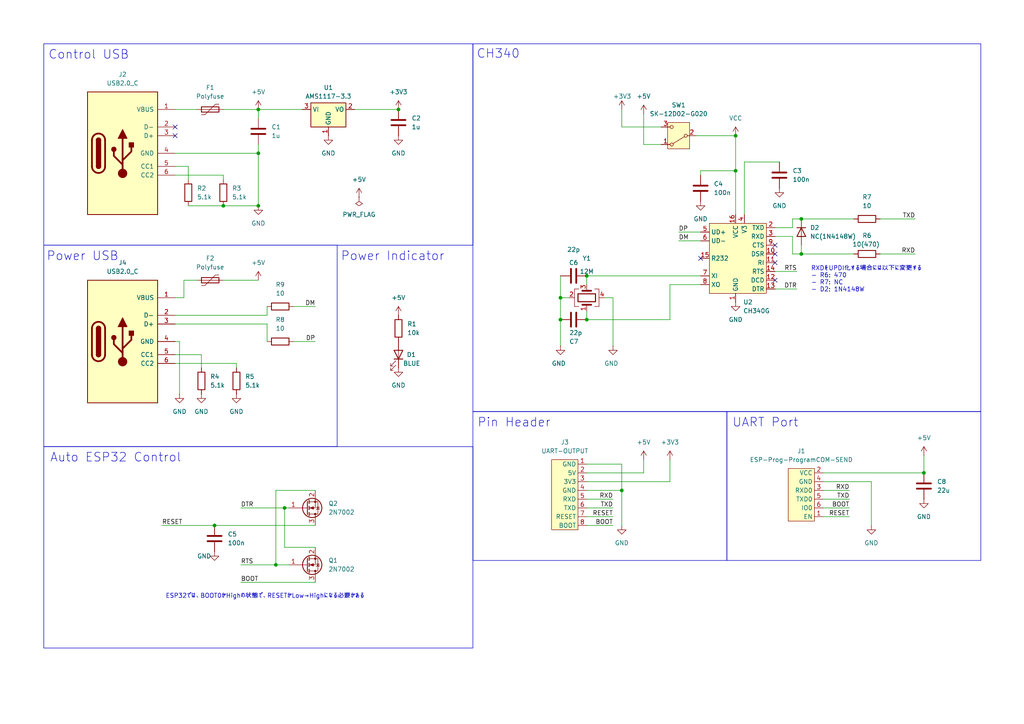
<source format=kicad_sch>
(kicad_sch (version 20231120) (generator "eeschema") (generator_version "8.0")
  (paper "A4")
  (title_block (title "ESP32-Writer") (rev "3.0.0") (company "Atsushi Morimoto (@74th)"))
  (lib_symbols
    (symbol "$symbol:PinHeader"
      (property "Reference" "CH" (at 0 2.54 0))
      (property "Value" "PinHeader" (at 0 5.08 0))
      (symbol "PinHeader_0_1"
        (rectangle (start -3.81 1.27) (end 3.81 -19.05) (stroke (width 0.1524)) (fill (type background)))
      )
      (symbol "PinHeader_1_1"
        (pin power_in line (at 6.35 0 180) (length 2.54) (name "GND") (number "1"))
        (pin power_in line (at 6.35 -2.54 180) (length 2.54) (name "5V") (number "2"))
        (pin power_in line (at 6.35 -5.08 180) (length 2.54) (name "3V3") (number "3"))
        (pin power_in line (at 6.35 -7.62 180) (length 2.54) (name "GND") (number "4"))
        (pin input line (at 6.35 -10.16 180) (length 2.54) (name "RXD") (number "5"))
        (pin output line (at 6.35 -12.7 180) (length 2.54) (name "TXD") (number "6"))
        (pin input line (at 6.35 -15.24 180) (length 2.54) (name "RESET") (number "7"))
        (pin input line (at 6.35 -17.78 180) (length 2.54) (name "BOOT") (number "8"))
      )
    )
    (symbol "74th_ApplicationIC:CH340G_USB-UART"
      (property "Reference" "U" (at -6.35 7.62 0))
      (property "Value" "CH340G" (at 7.62 7.62 0))
      (symbol "CH340G_USB-UART_0_1"
        (rectangle (start -7.62 6.35) (end 8.89 -13.97) (stroke (width 0.1524)) (fill (type background)))
      )
      (symbol "CH340G_USB-UART_1_1"
        (pin power_in line (at 0 -16.51 90) (length 2.54) (name "GND") (number "1"))
        (pin output line (at 11.43 -2.54 180) (length 2.54) (name "DSR") (number "10"))
        (pin output line (at 11.43 -5.08 180) (length 2.54) (name "RI") (number "11"))
        (pin output line (at 11.43 -10.16 180) (length 2.54) (name "DCD") (number "12"))
        (pin output line (at 11.43 -12.7 180) (length 2.54) (name "DTR") (number "13"))
        (pin output line (at 11.43 -7.62 180) (length 2.54) (name "RTS") (number "14"))
        (pin input line (at -10.16 -3.81 0) (length 2.54) (name "R232") (number "15"))
        (pin power_in line (at 0 8.89 270) (length 2.54) (name "VCC") (number "16"))
        (pin output line (at 11.43 5.08 180) (length 2.54) (name "TXD") (number "2"))
        (pin input line (at 11.43 2.54 180) (length 2.54) (name "RXD") (number "3"))
        (pin power_out line (at 2.54 8.89 270) (length 2.54) (name "V3") (number "4"))
        (pin bidirectional line (at -10.16 3.81 0) (length 2.54) (name "UD+") (number "5"))
        (pin bidirectional line (at -10.16 1.27 0) (length 2.54) (name "UD-") (number "6"))
        (pin input line (at -10.16 -8.89 0) (length 2.54) (name "XI") (number "7"))
        (pin output line (at -10.16 -11.43 0) (length 2.54) (name "XO") (number "8"))
        (pin output line (at 11.43 0 180) (length 2.54) (name "CTS") (number "9"))
      )
    )
    (symbol "74th_Interface:ESP-Prog-ProgramCOM_SEND"
      (property "Reference" "J" (at 0 5.08 0))
      (property "Value" "ESP-Prog-ProgramCOM_SEND" (at 0 7.62 0))
      (symbol "ESP-Prog-ProgramCOM_SEND_0_1"
        (rectangle (start -3.81 3.81) (end 3.81 -11.43) (stroke (width 0.1524)) (fill (type background)))
      )
      (symbol "ESP-Prog-ProgramCOM_SEND_1_1"
        (pin input line (at 6.35 -10.16 180) (length 2.54) (name "EN") (number "1"))
        (pin power_in line (at 6.35 2.54 180) (length 2.54) (name "VCC") (number "2"))
        (pin output line (at 6.35 -2.54 180) (length 2.54) (name "RXD0") (number "3"))
        (pin power_in line (at 6.35 0 180) (length 2.54) (name "GND") (number "4"))
        (pin input line (at 6.35 -5.08 180) (length 2.54) (name "TXD0") (number "5"))
        (pin input line (at 6.35 -7.62 180) (length 2.54) (name "IO0") (number "6"))
      )
    )
    (symbol "74th_Interface:SW_Slide" (pin_names (offset 0) hide)
      (property "Reference" "SW" (at 0 5.08 0))
      (property "Value" "SW_Slide" (at 0 -5.08 0))
      (symbol "SW_Slide_0_1"
        (circle (center -2.032 0) (radius 0.4572))
        (polyline (pts (xy -1.651 0.254) (xy 1.651 2.286)))
        (circle (center 2.032 -2.54) (radius 0.4572))
        (circle (center 2.032 2.54) (radius 0.4572))
      )
      (symbol "SW_Slide_1_1"
        (rectangle (start -3.175 3.81) (end 3.175 -3.81) (fill (type background)))
        (pin passive line (at 5.08 2.54 180) (length 2.54) (name "A") (number "1"))
        (pin passive line (at -5.08 0 0) (length 2.54) (name "B") (number "2"))
        (pin passive line (at 5.08 -2.54 180) (length 2.54) (name "C") (number "3"))
      )
    )
    (symbol "74th_Interface:USB_TypeC-2.0_Receptacle" (pin_names (offset 1.016))
      (property "Reference" "J" (at -10.16 19.05 0))
      (property "Value" "USB2.0-C_SMT" (at 15.24 19.05 0))
      (symbol "USB_TypeC-2.0_Receptacle_0_1"
        (rectangle (start -10.16 17.78) (end 10.16 -17.78) (stroke (width 0.254)) (fill (type background)))
        (arc (start -8.89 -3.81) (mid -6.985 -5.7067) (end -5.08 -3.81) (stroke (width 0.508)))
        (arc (start -7.62 -3.81) (mid -6.985 -4.4423) (end -6.35 -3.81) (stroke (width 0.254)))
        (arc (start -7.62 -3.81) (mid -6.985 -4.4423) (end -6.35 -3.81) (stroke (width 0.254)) (fill (type outline)))
        (rectangle (start -7.62 -3.81) (end -6.35 3.81) (stroke (width 0.254)) (fill (type outline)))
        (arc (start -6.35 3.81) (mid -6.985 4.4423) (end -7.62 3.81) (stroke (width 0.254)))
        (arc (start -6.35 3.81) (mid -6.985 4.4423) (end -7.62 3.81) (stroke (width 0.254)) (fill (type outline)))
        (arc (start -5.08 3.81) (mid -6.985 5.7067) (end -8.89 3.81) (stroke (width 0.508)))
        (circle (center -2.54 1.143) (radius 0.635) (stroke (width 0.254)) (fill (type outline)))
        (circle (center 0 -5.842) (radius 1.27) (fill (type outline)))
        (polyline (pts (xy -8.89 -3.81) (xy -8.89 3.81)) (stroke (width 0.508)))
        (polyline (pts (xy -5.08 3.81) (xy -5.08 -3.81)) (stroke (width 0.508)))
        (polyline (pts (xy 0 -5.842) (xy 0 4.318)) (stroke (width 0.508)))
        (polyline (pts (xy 0 -3.302) (xy -2.54 -0.762) (xy -2.54 0.508)) (stroke (width 0.508)))
        (polyline (pts (xy 0 -2.032) (xy 2.54 0.508) (xy 2.54 1.778)) (stroke (width 0.508)))
        (polyline (pts (xy -1.27 4.318) (xy 0 6.858) (xy 1.27 4.318) (xy -1.27 4.318)) (stroke (width 0.254)) (fill (type outline)))
        (rectangle (start 1.905 1.778) (end 3.175 3.048) (stroke (width 0.254)) (fill (type outline)))
      )
      (symbol "USB_TypeC-2.0_Receptacle_1_1"
        (pin power_out line (at 15.24 12.7 180) (length 5.08) (name "VBUS") (number "1"))
        (pin bidirectional line (at 15.24 7.62 180) (length 5.08) (name "D-") (number "2"))
        (pin bidirectional line (at 15.24 5.08 180) (length 5.08) (name "D+") (number "3"))
        (pin power_out line (at 15.24 0 180) (length 5.08) (name "GND") (number "4"))
        (pin input line (at 15.24 -3.81 180) (length 5.08) (name "CC1") (number "5"))
        (pin input line (at 15.24 -6.35 180) (length 5.08) (name "CC2") (number "6"))
      )
    )
    (symbol "Device:C" (pin_numbers hide) (pin_names (offset 0.254))
      (property "Reference" "C" (at 0.635 2.54 0))
      (property "Value" "C" (at 0.635 -2.54 0))
      (symbol "C_0_1"
        (polyline (pts (xy -2.032 -0.762) (xy 2.032 -0.762)) (stroke (width 0.508)))
        (polyline (pts (xy -2.032 0.762) (xy 2.032 0.762)) (stroke (width 0.508)))
      )
      (symbol "C_1_1"
        (pin passive line (at 0 3.81 270) (length 2.794) (name "~") (number "1"))
        (pin passive line (at 0 -3.81 90) (length 2.794) (name "~") (number "2"))
      )
    )
    (symbol "Device:Crystal_GND24" (pin_names (offset 1.016) hide)
      (property "Reference" "Y" (at 3.175 5.08 0))
      (property "Value" "Crystal_GND24" (at 3.175 3.175 0))
      (symbol "Crystal_GND24_0_1"
        (rectangle (start -1.143 2.54) (end 1.143 -2.54) (stroke (width 0.3048)))
        (polyline (pts (xy -2.54 0) (xy -2.032 0)))
        (polyline (pts (xy -2.032 -1.27) (xy -2.032 1.27)) (stroke (width 0.508)))
        (polyline (pts (xy 0 -3.81) (xy 0 -3.556)))
        (polyline (pts (xy 0 3.556) (xy 0 3.81)))
        (polyline (pts (xy 2.032 -1.27) (xy 2.032 1.27)) (stroke (width 0.508)))
        (polyline (pts (xy 2.032 0) (xy 2.54 0)))
        (polyline (pts (xy -2.54 -2.286) (xy -2.54 -3.556) (xy 2.54 -3.556) (xy 2.54 -2.286)))
        (polyline (pts (xy -2.54 2.286) (xy -2.54 3.556) (xy 2.54 3.556) (xy 2.54 2.286)))
      )
      (symbol "Crystal_GND24_1_1"
        (pin passive line (at -3.81 0 0) (length 1.27) (name "1") (number "1"))
        (pin passive line (at 0 5.08 270) (length 1.27) (name "2") (number "2"))
        (pin passive line (at 3.81 0 180) (length 1.27) (name "3") (number "3"))
        (pin passive line (at 0 -5.08 90) (length 1.27) (name "4") (number "4"))
      )
    )
    (symbol "Device:D" (pin_numbers hide) (pin_names (offset 1.016) hide)
      (property "Reference" "D" (at 0 2.54 0))
      (property "Value" "D" (at 0 -2.54 0))
      (symbol "D_0_1"
        (polyline (pts (xy -1.27 1.27) (xy -1.27 -1.27)) (stroke (width 0.254)))
        (polyline (pts (xy 1.27 0) (xy -1.27 0)))
        (polyline (pts (xy 1.27 1.27) (xy 1.27 -1.27) (xy -1.27 0) (xy 1.27 1.27)) (stroke (width 0.254)))
      )
      (symbol "D_1_1"
        (pin passive line (at -3.81 0 0) (length 2.54) (name "K") (number "1"))
        (pin passive line (at 3.81 0 180) (length 2.54) (name "A") (number "2"))
      )
    )
    (symbol "Device:LED" (pin_numbers hide) (pin_names (offset 1.016) hide)
      (property "Reference" "D" (at 0 2.54 0))
      (property "Value" "LED" (at 0 -2.54 0))
      (symbol "LED_0_1"
        (polyline (pts (xy -1.27 -1.27) (xy -1.27 1.27)) (stroke (width 0.254)))
        (polyline (pts (xy -1.27 0) (xy 1.27 0)))
        (polyline (pts (xy 1.27 -1.27) (xy 1.27 1.27) (xy -1.27 0) (xy 1.27 -1.27)) (stroke (width 0.254)))
        (polyline (pts (xy -3.048 -0.762) (xy -4.572 -2.286) (xy -3.81 -2.286) (xy -4.572 -2.286) (xy -4.572 -1.524)))
        (polyline (pts (xy -1.778 -0.762) (xy -3.302 -2.286) (xy -2.54 -2.286) (xy -3.302 -2.286) (xy -3.302 -1.524)))
      )
      (symbol "LED_1_1"
        (pin passive line (at -3.81 0 0) (length 2.54) (name "K") (number "1"))
        (pin passive line (at 3.81 0 180) (length 2.54) (name "A") (number "2"))
      )
    )
    (symbol "Device:Polyfuse" (pin_numbers hide) (pin_names (offset 0))
      (property "Reference" "F" (at -2.54 0 90))
      (property "Value" "Polyfuse" (at 2.54 0 90))
      (symbol "Polyfuse_0_1"
        (rectangle (start -0.762 2.54) (end 0.762 -2.54) (stroke (width 0.254)))
        (polyline (pts (xy 0 2.54) (xy 0 -2.54)))
        (polyline (pts (xy -1.524 2.54) (xy -1.524 1.524) (xy 1.524 -1.524) (xy 1.524 -2.54)))
      )
      (symbol "Polyfuse_1_1"
        (pin passive line (at 0 3.81 270) (length 1.27) (name "~") (number "1"))
        (pin passive line (at 0 -3.81 90) (length 1.27) (name "~") (number "2"))
      )
    )
    (symbol "Device:R" (pin_numbers hide) (pin_names (offset 0))
      (property "Reference" "R" (at 2.032 0 90))
      (property "Value" "R" (at 0 0 90))
      (symbol "R_0_1"
        (rectangle (start -1.016 -2.54) (end 1.016 2.54) (stroke (width 0.254)))
      )
      (symbol "R_1_1"
        (pin passive line (at 0 3.81 270) (length 1.27) (name "~") (number "1"))
        (pin passive line (at 0 -3.81 90) (length 1.27) (name "~") (number "2"))
      )
    )
    (symbol "Regulator_Linear:AMS1117-3.3"
      (property "Reference" "U" (at -3.81 3.175 0))
      (property "Value" "AMS1117-3.3" (at 0 3.175 0))
      (symbol "AMS1117-3.3_0_1"
        (rectangle (start -5.08 -5.08) (end 5.08 1.905) (stroke (width 0.254)) (fill (type background)))
      )
      (symbol "AMS1117-3.3_1_1"
        (pin power_in line (at 0 -7.62 90) (length 2.54) (name "GND") (number "1"))
        (pin power_out line (at 7.62 0 180) (length 2.54) (name "VO") (number "2"))
        (pin power_in line (at -7.62 0 0) (length 2.54) (name "VI") (number "3"))
      )
    )
    (symbol "Transistor_FET:2N7002" (pin_names hide)
      (property "Reference" "Q" (at 5.08 1.905 0))
      (property "Value" "2N7002" (at 5.08 0 0))
      (symbol "2N7002_0_1"
        (polyline (pts (xy 0.254 0) (xy -2.54 0)))
        (polyline (pts (xy 0.254 1.905) (xy 0.254 -1.905)) (stroke (width 0.254)))
        (polyline (pts (xy 0.762 -1.27) (xy 0.762 -2.286)) (stroke (width 0.254)))
        (polyline (pts (xy 0.762 0.508) (xy 0.762 -0.508)) (stroke (width 0.254)))
        (polyline (pts (xy 0.762 2.286) (xy 0.762 1.27)) (stroke (width 0.254)))
        (polyline (pts (xy 2.54 2.54) (xy 2.54 1.778)))
        (polyline (pts (xy 2.54 -2.54) (xy 2.54 0) (xy 0.762 0)))
        (polyline (pts (xy 0.762 -1.778) (xy 3.302 -1.778) (xy 3.302 1.778) (xy 0.762 1.778)))
        (polyline (pts (xy 1.016 0) (xy 2.032 0.381) (xy 2.032 -0.381) (xy 1.016 0)) (fill (type outline)))
        (polyline (pts (xy 2.794 0.508) (xy 2.921 0.381) (xy 3.683 0.381) (xy 3.81 0.254)))
        (polyline (pts (xy 3.302 0.381) (xy 2.921 -0.254) (xy 3.683 -0.254) (xy 3.302 0.381)))
        (circle (center 1.651 0) (radius 2.794) (stroke (width 0.254)))
        (circle (center 2.54 -1.778) (radius 0.254) (fill (type outline)))
        (circle (center 2.54 1.778) (radius 0.254) (fill (type outline)))
      )
      (symbol "2N7002_1_1"
        (pin input line (at -5.08 0 0) (length 2.54) (name "G") (number "1"))
        (pin passive line (at 2.54 -5.08 90) (length 2.54) (name "S") (number "2"))
        (pin passive line (at 2.54 5.08 270) (length 2.54) (name "D") (number "3"))
      )
    )
    (symbol "power:+3V3" (power) (pin_numbers hide) (pin_names (offset 0) hide)
      (property "Value" "+3V3" (at 0 3.556 0))
      (symbol "+3V3_0_1"
        (polyline (pts (xy -0.762 1.27) (xy 0 2.54)))
        (polyline (pts (xy 0 0) (xy 0 2.54)))
        (polyline (pts (xy 0 2.54) (xy 0.762 1.27)))
      )
      (symbol "+3V3_1_1"
        (pin power_in line (at 0 0 90) (length 0) (name "~") (number "1"))
      )
    )
    (symbol "power:+5V" (power) (pin_numbers hide) (pin_names (offset 0) hide)
      (property "Value" "+5V" (at 0 3.556 0))
      (symbol "+5V_0_1"
        (polyline (pts (xy -0.762 1.27) (xy 0 2.54)))
        (polyline (pts (xy 0 0) (xy 0 2.54)))
        (polyline (pts (xy 0 2.54) (xy 0.762 1.27)))
      )
      (symbol "+5V_1_1"
        (pin power_in line (at 0 0 90) (length 0) (name "~") (number "1"))
      )
    )
    (symbol "power:GND" (power) (pin_numbers hide) (pin_names (offset 0) hide)
      (property "Value" "GND" (at 0 -3.81 0))
      (symbol "GND_0_1"
        (polyline (pts (xy 0 0) (xy 0 -1.27) (xy 1.27 -1.27) (xy 0 -2.54) (xy -1.27 -1.27) (xy 0 -1.27)))
      )
      (symbol "GND_1_1"
        (pin power_in line (at 0 0 270) (length 0) (name "~") (number "1"))
      )
    )
    (symbol "power:PWR_FLAG" (power) (pin_numbers hide) (pin_names (offset 0) hide)
      (property "Value" "PWR_FLAG" (at 0 3.81 0))
      (symbol "PWR_FLAG_0_0"
        (pin power_out line (at 0 0 90) (length 0) (name "~") (number "1"))
      )
      (symbol "PWR_FLAG_0_1"
        (polyline (pts (xy 0 0) (xy 0 1.27) (xy -1.016 1.905) (xy 0 2.54) (xy 1.016 1.905) (xy 0 1.27)))
      )
    )
    (symbol "power:VCC" (power) (pin_numbers hide) (pin_names (offset 0) hide)
      (property "Value" "VCC" (at 0 3.556 0))
      (symbol "VCC_0_1"
        (polyline (pts (xy -0.762 1.27) (xy 0 2.54)))
        (polyline (pts (xy 0 0) (xy 0 2.54)))
        (polyline (pts (xy 0 2.54) (xy 0.762 1.27)))
      )
      (symbol "VCC_1_1"
        (pin power_in line (at 0 0 90) (length 0) (name "~") (number "1"))
      )
    )
  )
  (junction (at 170.18 80.01))
  (junction (at 232.41 73.66))
  (junction (at 267.97 137.16))
  (junction (at 213.36 49.53))
  (junction (at 180.34 142.24))
  (junction (at 115.57 31.75))
  (junction (at 82.55 147.32))
  (junction (at 213.36 39.37))
  (junction (at 74.93 31.75))
  (junction (at 162.56 92.71))
  (junction (at 232.41 63.5))
  (junction (at 74.93 44.45))
  (junction (at 64.77 59.69))
  (junction (at 74.93 59.69))
  (junction (at 162.56 86.36))
  (junction (at 170.18 92.71))
  (junction (at 62.23 152.4))
  (junction (at 80.01 163.83))
  (no_connect (at 224.79 71.12))
  (no_connect (at 224.79 76.2))
  (no_connect (at 224.79 81.28))
  (no_connect (at 203.2 74.93))
  (no_connect (at 50.8 36.83))
  (no_connect (at 50.8 39.37))
  (no_connect (at 224.79 73.66))
  (wire (pts (xy 50.8 44.45) (xy 74.93 44.45)))
  (wire (pts (xy 255.27 73.66) (xy 265.43 73.66)))
  (wire (pts (xy 50.8 99.06) (xy 52.07 99.06)))
  (wire (pts (xy 82.55 147.32) (xy 83.82 147.32)))
  (wire (pts (xy 170.18 152.4) (xy 177.8 152.4)))
  (wire (pts (xy 50.8 50.8) (xy 64.77 50.8)))
  (wire (pts (xy 162.56 86.36) (xy 162.56 92.71)))
  (wire (pts (xy 62.23 152.4) (xy 91.44 152.4)))
  (wire (pts (xy 162.56 80.01) (xy 162.56 86.36)))
  (wire (pts (xy 64.77 31.75) (xy 74.93 31.75)))
  (wire (pts (xy 50.8 31.75) (xy 57.15 31.75)))
  (wire (pts (xy 170.18 137.16) (xy 186.69 137.16)))
  (wire (pts (xy 232.41 71.12) (xy 232.41 73.66)))
  (wire (pts (xy 194.31 92.71) (xy 194.31 82.55)))
  (wire (pts (xy 170.18 90.17) (xy 170.18 92.71)))
  (wire (pts (xy 180.34 142.24) (xy 180.34 152.4)))
  (wire (pts (xy 74.93 31.75) (xy 87.63 31.75)))
  (wire (pts (xy 238.76 149.86) (xy 246.38 149.86)))
  (wire (pts (xy 64.77 81.28) (xy 74.93 81.28)))
  (wire (pts (xy 229.87 66.04) (xy 224.79 66.04)))
  (wire (pts (xy 77.47 88.9) (xy 77.47 91.44)))
  (wire (pts (xy 82.55 158.75) (xy 82.55 147.32)))
  (wire (pts (xy 180.34 134.62) (xy 180.34 142.24)))
  (wire (pts (xy 77.47 93.98) (xy 77.47 99.06)))
  (wire (pts (xy 162.56 86.36) (xy 165.1 86.36)))
  (wire (pts (xy 170.18 139.7) (xy 194.31 139.7)))
  (wire (pts (xy 215.9 46.99) (xy 226.06 46.99)))
  (wire (pts (xy 50.8 102.87) (xy 58.42 102.87)))
  (wire (pts (xy 238.76 142.24) (xy 246.38 142.24)))
  (wire (pts (xy 50.8 48.26) (xy 54.61 48.26)))
  (wire (pts (xy 196.85 67.31) (xy 203.2 67.31)))
  (wire (pts (xy 232.41 73.66) (xy 229.87 73.66)))
  (wire (pts (xy 50.8 91.44) (xy 77.47 91.44)))
  (wire (pts (xy 80.01 142.24) (xy 80.01 163.83)))
  (wire (pts (xy 247.65 73.66) (xy 232.41 73.66)))
  (wire (pts (xy 74.93 31.75) (xy 74.93 34.29)))
  (wire (pts (xy 53.34 81.28) (xy 57.15 81.28)))
  (wire (pts (xy 91.44 158.75) (xy 82.55 158.75)))
  (wire (pts (xy 177.8 86.36) (xy 175.26 86.36)))
  (wire (pts (xy 46.99 152.4) (xy 62.23 152.4)))
  (wire (pts (xy 186.69 41.91) (xy 191.77 41.91)))
  (wire (pts (xy 229.87 63.5) (xy 232.41 63.5)))
  (wire (pts (xy 238.76 147.32) (xy 246.38 147.32)))
  (wire (pts (xy 170.18 92.71) (xy 194.31 92.71)))
  (wire (pts (xy 224.79 83.82) (xy 231.14 83.82)))
  (wire (pts (xy 64.77 50.8) (xy 64.77 52.07)))
  (wire (pts (xy 170.18 147.32) (xy 177.8 147.32)))
  (wire (pts (xy 194.31 139.7) (xy 194.31 133.35)))
  (wire (pts (xy 229.87 68.58) (xy 224.79 68.58)))
  (wire (pts (xy 58.42 102.87) (xy 58.42 106.68)))
  (wire (pts (xy 224.79 78.74) (xy 231.14 78.74)))
  (wire (pts (xy 54.61 48.26) (xy 54.61 52.07)))
  (wire (pts (xy 85.09 99.06) (xy 91.44 99.06)))
  (wire (pts (xy 232.41 63.5) (xy 247.65 63.5)))
  (wire (pts (xy 64.77 59.69) (xy 74.93 59.69)))
  (wire (pts (xy 267.97 132.08) (xy 267.97 137.16)))
  (wire (pts (xy 69.85 147.32) (xy 82.55 147.32)))
  (wire (pts (xy 177.8 100.33) (xy 177.8 86.36)))
  (wire (pts (xy 186.69 137.16) (xy 186.69 133.35)))
  (wire (pts (xy 229.87 73.66) (xy 229.87 68.58)))
  (wire (pts (xy 180.34 36.83) (xy 191.77 36.83)))
  (wire (pts (xy 50.8 93.98) (xy 77.47 93.98)))
  (wire (pts (xy 170.18 134.62) (xy 180.34 134.62)))
  (wire (pts (xy 196.85 69.85) (xy 203.2 69.85)))
  (wire (pts (xy 215.9 62.23) (xy 215.9 46.99)))
  (wire (pts (xy 50.8 105.41) (xy 68.58 105.41)))
  (wire (pts (xy 85.09 88.9) (xy 91.44 88.9)))
  (wire (pts (xy 238.76 144.78) (xy 246.38 144.78)))
  (wire (pts (xy 255.27 63.5) (xy 265.43 63.5)))
  (wire (pts (xy 80.01 163.83) (xy 83.82 163.83)))
  (wire (pts (xy 238.76 139.7) (xy 252.73 139.7)))
  (wire (pts (xy 54.61 59.69) (xy 64.77 59.69)))
  (wire (pts (xy 180.34 31.75) (xy 180.34 36.83)))
  (wire (pts (xy 52.07 99.06) (xy 52.07 114.3)))
  (wire (pts (xy 213.36 39.37) (xy 213.36 49.53)))
  (wire (pts (xy 213.36 49.53) (xy 213.36 62.23)))
  (wire (pts (xy 53.34 81.28) (xy 53.34 86.36)))
  (wire (pts (xy 74.93 41.91) (xy 74.93 44.45)))
  (wire (pts (xy 203.2 49.53) (xy 203.2 50.8)))
  (wire (pts (xy 53.34 86.36) (xy 50.8 86.36)))
  (wire (pts (xy 170.18 142.24) (xy 180.34 142.24)))
  (wire (pts (xy 170.18 144.78) (xy 177.8 144.78)))
  (wire (pts (xy 229.87 63.5) (xy 229.87 66.04)))
  (wire (pts (xy 267.97 137.16) (xy 238.76 137.16)))
  (wire (pts (xy 74.93 44.45) (xy 74.93 59.69)))
  (wire (pts (xy 68.58 105.41) (xy 68.58 106.68)))
  (wire (pts (xy 91.44 142.24) (xy 80.01 142.24)))
  (wire (pts (xy 69.85 168.91) (xy 91.44 168.91)))
  (wire (pts (xy 194.31 82.55) (xy 203.2 82.55)))
  (wire (pts (xy 186.69 33.02) (xy 186.69 41.91)))
  (wire (pts (xy 203.2 49.53) (xy 213.36 49.53)))
  (wire (pts (xy 201.93 39.37) (xy 213.36 39.37)))
  (wire (pts (xy 252.73 139.7) (xy 252.73 152.4)))
  (wire (pts (xy 170.18 149.86) (xy 177.8 149.86)))
  (wire (pts (xy 170.18 80.01) (xy 203.2 80.01)))
  (wire (pts (xy 170.18 82.55) (xy 170.18 80.01)))
  (wire (pts (xy 69.85 163.83) (xy 80.01 163.83)))
  (wire (pts (xy 162.56 100.33) (xy 162.56 92.71)))
  (wire (pts (xy 102.87 31.75) (xy 115.57 31.75)))
  (rectangle (start 137.16 12.7) (end 284.48 119.38))
  (rectangle (start 12.7 71.12) (end 97.79 129.54))
  (rectangle (start 210.82 119.38) (end 284.48 162.56))
  (rectangle (start 137.16 119.38) (end 210.82 162.56))
  (rectangle (start 12.7 129.54) (end 137.16 187.96))
  (rectangle (start 12.7 12.7) (end 137.16 71.12))
  (text "Power Indicator" (at 98.806 72.898 0) (effects (font (size 2.54 2.54)) (justify left top)))
  (text "RXDをUPDI化する場合には以下に変更する\n- R6: 470\n- R7: NC\n- D2: 1N4148W" (at 235.204 81.026 0) (effects (font (size 1.27 1.27)) (justify left)))
  (text "Pin Header" (at 138.43 121.158 0) (effects (font (size 2.54 2.54)) (justify left top)))
  (text "Power USB" (at 13.462 72.898 0) (effects (font (size 2.54 2.54)) (justify left top)))
  (text "CH340" (at 138.176 14.224 0) (effects (font (size 2.54 2.54)) (justify left top)))
  (text "Control USB" (at 13.97 14.478 0) (effects (font (size 2.54 2.54)) (justify left top)))
  (text "Auto ESP32 Control" (at 14.478 131.318 0) (effects (font (size 2.54 2.54)) (justify left top)))
  (text "ESP32では、BOOT0がHighの状態で、RESETがLow→Highになる必要がある" (at 48.006 172.974 0) (effects (font (size 1.27 1.27)) (justify left)))
  (text "UART Port" (at 212.344 121.158 0) (effects (font (size 2.54 2.54)) (justify left top)))
  (label "DM" (at 196.85 69.85 0))
  (label "DP" (at 196.85 67.31 0))
  (label "RXD" (at 246.38 142.24 180))
  (label "TXD" (at 265.43 63.5 180))
  (label "TXD" (at 246.38 144.78 180))
  (label "BOOT" (at 69.85 168.91 0))
  (label "RXD" (at 177.8 144.78 180))
  (label "TXD" (at 177.8 147.32 180))
  (label "RXD" (at 265.43 73.66 180))
  (label "DTR" (at 231.14 83.82 180))
  (label "BOOT" (at 246.38 147.32 180))
  (label "DP" (at 91.44 99.06 180))
  (label "RESET" (at 246.38 149.86 180))
  (label "RTS" (at 69.85 163.83 0))
  (label "DTR" (at 69.85 147.32 0))
  (label "RTS" (at 231.14 78.74 180))
  (label "BOOT" (at 177.8 152.4 180))
  (label "RESET" (at 46.99 152.4 0))
  (label "RESET" (at 177.8 149.86 180))
  (label "DM" (at 91.44 88.9 180))
  (symbol (lib_id "Device:R") (at 115.57 95.25 0) (unit 1)
    (property "Reference" "R1" (at 118.11 93.9799 0) (effects (justify left)))
    (property "Value" "10k" (at 118.11 96.5199 0) (effects (justify left)))
    (property "Footprint" "74th:Register_0805_2012" (effects (hide yes)))
    (property "Description" "Resistor" (effects (hide yes)))
  )
  (symbol (lib_id "Device:C") (at 62.23 156.21 0) (unit 1)
    (property "Reference" "C5" (at 66.04 154.9399 0) (effects (justify left)))
    (property "Value" "100n" (at 66.04 157.4799 0) (effects (justify left)))
    (property "Footprint" "74th:Capacitor_0805_2012" (effects (hide yes)))
    (property "Description" "Unpolarized capacitor" (effects (hide yes)))
  )
  (symbol (lib_id "power:GND") (at 162.56 100.33 0) (unit 1)
    (property "Reference" "#PWR0103" (effects (hide yes)))
    (property "Value" "GND" (at 160.02 105.41 0) (effects (justify left)))
    (property "Description" "Power symbol creates a global label with name \"GND\" , ground" (effects (hide yes)))
  )
  (symbol (lib_id "power:GND") (at 62.23 160.02 0) (unit 1)
    (property "Reference" "#PWR0106" (effects (hide yes)))
    (property "Value" "GND" (at 57.15 161.29 0) (effects (justify left)))
    (property "Description" "Power symbol creates a global label with name \"GND\" , ground" (effects (hide yes)))
  )
  (symbol (lib_id "Device:LED") (at 115.57 102.87 270) (mirror x) (unit 1)
    (property "Reference" "D1" (at 120.65 102.87 90) (effects (justify right)))
    (property "Value" "BLUE" (at 121.92 105.41 90) (effects (justify right)))
    (property "Footprint" "74th:LED_0805_2012" (effects (hide yes)))
    (property "Description" "Light emitting diode" (effects (hide yes)))
  )
  (symbol (lib_id "power:+5V") (at 74.93 81.28 0) (unit 1)
    (property "Reference" "#PWR0109" (effects (hide yes)))
    (property "Value" "+5V" (at 74.93 76.2 0))
    (property "Description" "Power symbol creates a global label with name \"+5V\"" (effects (hide yes)))
  )
  (symbol (lib_id "Device:R") (at 81.28 88.9 90) (unit 1)
    (property "Reference" "R9" (at 81.28 82.55 90))
    (property "Value" "10" (at 81.28 85.09 90))
    (property "Footprint" "74th:Register_0805_2012" (effects (hide yes)))
    (property "Description" "Resistor" (effects (hide yes)))
  )
  (symbol (lib_id "Device:C") (at 115.57 35.56 0) (unit 1)
    (property "Reference" "C2" (at 119.38 34.2899 0) (effects (justify left)))
    (property "Value" "1u" (at 119.38 36.8299 0) (effects (justify left)))
    (property "Footprint" "74th:Capacitor_0805_2012" (effects (hide yes)))
    (property "Description" "Unpolarized capacitor" (effects (hide yes)))
  )
  (symbol (lib_id "power:GND") (at 115.57 106.68 0) (unit 1)
    (property "Reference" "#PWR0114" (effects (hide yes)))
    (property "Value" "GND" (at 115.57 111.76 0))
    (property "Description" "Power symbol creates a global label with name \"GND\" , ground" (effects (hide yes)))
  )
  (symbol (lib_id "74th_Interface:ESP-Prog-ProgramCOM_SEND") (at 232.41 139.7 0) (unit 1)
    (property "Reference" "J1" (at 232.41 130.81 0))
    (property "Value" "ESP-Prog-ProgramCOM-SEND" (at 232.41 133.35 0))
    (property "Footprint" "$74th:BoxPinHeader_2x03_P1.27mm_Vertical" (effects (hide yes)))
  )
  (symbol (lib_id "Device:R") (at 54.61 55.88 0) (unit 1)
    (property "Reference" "R2" (at 57.15 54.6099 0) (effects (justify left)))
    (property "Value" "5.1k" (at 57.15 57.1499 0) (effects (justify left)))
    (property "Footprint" "74th:Register_0805_2012" (effects (hide yes)))
    (property "Description" "Resistor" (effects (hide yes)))
  )
  (symbol (lib_id "$symbol:PinHeader") (at 163.83 134.62 0) (unit 1)
    (property "Reference" "J3" (at 163.83 128.27 0))
    (property "Value" "UART-OUTPUT" (at 163.83 130.81 0))
    (property "Footprint" "74th:PinOut_Pin_8" (effects (hide yes)))
  )
  (symbol (lib_id "Device:R") (at 251.46 73.66 90) (unit 1)
    (property "Reference" "R6" (at 251.46 68.326 90))
    (property "Value" "10(470)" (at 251.206 70.866 90))
    (property "Footprint" "$74th:Register_0805_2012" (effects (hide yes)))
    (property "Description" "Resistor" (effects (hide yes)))
  )
  (symbol (lib_id "Device:Crystal_GND24") (at 170.18 86.36 90) (unit 1)
    (property "Reference" "Y1" (at 170.18 74.93 90))
    (property "Value" "12M" (at 170.18 78.74 90))
    (property "Footprint" "74th:Crystal_SMD_3225-4Pin_3.2x2.5mm_HandSoldering" (effects (hide yes)))
    (property "Description" "Four pin crystal, GND on pins 2 and 4" (effects (hide yes)))
  )
  (symbol (lib_id "Device:C") (at 74.93 38.1 0) (unit 1)
    (property "Reference" "C1" (at 78.74 36.8299 0) (effects (justify left)))
    (property "Value" "1u" (at 78.74 39.3699 0) (effects (justify left)))
    (property "Footprint" "74th:Capacitor_0805_2012" (effects (hide yes)))
    (property "Description" "Unpolarized capacitor" (effects (hide yes)))
  )
  (symbol (lib_id "74th_Interface:USB_TypeC-2.0_Receptacle") (at 35.56 99.06 0) (unit 1)
    (property "Reference" "J4" (at 35.56 76.2 0))
    (property "Value" "USB2.0_C" (at 35.56 78.74 0))
    (property "Footprint" "74th:Connector_USB-C-Receptacle_SMT_12-Pin_Simple" (effects (hide yes)))
    (property "Datasheet" "https://www.usb.org/sites/default/files/documents/usb_type-c.zip" (effects (hide yes)))
    (property "Description" "USB 2.0-only Type-C Plug connector" (effects (hide yes)))
  )
  (symbol (lib_id "power:GND") (at 177.8 100.33 0) (unit 1)
    (property "Reference" "#PWR02" (effects (hide yes)))
    (property "Value" "GND" (at 175.26 105.41 0) (effects (justify left)))
    (property "Description" "Power symbol creates a global label with name \"GND\" , ground" (effects (hide yes)))
  )
  (symbol (lib_id "power:+5V") (at 104.14 57.15 0) (unit 1)
    (property "Reference" "#PWR0120" (effects (hide yes)))
    (property "Value" "+5V" (at 104.14 52.07 0))
    (property "Description" "Power symbol creates a global label with name \"+5V\"" (effects (hide yes)))
  )
  (symbol (lib_id "Device:C") (at 166.37 92.71 90) (unit 1)
    (property "Reference" "C7" (at 165.1 99.06 90) (effects (justify right)))
    (property "Value" "22p" (at 165.1 96.52 90) (effects (justify right)))
    (property "Footprint" "74th:Capacitor_0805_2012" (effects (hide yes)))
    (property "Description" "Unpolarized capacitor" (effects (hide yes)))
  )
  (symbol (lib_id "power:+3V3") (at 194.31 133.35 0) (unit 1)
    (property "Reference" "#PWR0121" (effects (hide yes)))
    (property "Value" "+3V3" (at 194.31 128.27 0))
    (property "Description" "Power symbol creates a global label with name \"+3V3\"" (effects (hide yes)))
  )
  (symbol (lib_id "power:+5V") (at 186.69 133.35 0) (unit 1)
    (property "Reference" "#PWR0119" (effects (hide yes)))
    (property "Value" "+5V" (at 186.69 128.27 0))
    (property "Description" "Power symbol creates a global label with name \"+5V\"" (effects (hide yes)))
  )
  (symbol (lib_id "power:+3V3") (at 115.57 31.75 0) (unit 1)
    (property "Reference" "#PWR0112" (effects (hide yes)))
    (property "Value" "+3V3" (at 115.57 26.67 0))
    (property "Description" "Power symbol creates a global label with name \"+3V3\"" (effects (hide yes)))
  )
  (symbol (lib_id "power:GND") (at 226.06 54.61 0) (unit 1)
    (property "Reference" "#PWR0101" (effects (hide yes)))
    (property "Value" "GND" (at 226.06 59.69 0))
    (property "Description" "Power symbol creates a global label with name \"GND\" , ground" (effects (hide yes)))
  )
  (symbol (lib_id "power:GND") (at 58.42 114.3 0) (unit 1)
    (property "Reference" "#PWR04" (effects (hide yes)))
    (property "Value" "GND" (at 58.42 119.38 0))
    (property "Description" "Power symbol creates a global label with name \"GND\" , ground" (effects (hide yes)))
  )
  (symbol (lib_id "Device:C") (at 203.2 54.61 0) (unit 1)
    (property "Reference" "C4" (at 207.01 53.34 0) (effects (justify left)))
    (property "Value" "100n" (at 207.01 55.88 0) (effects (justify left)))
    (property "Footprint" "74th:Capacitor_0805_2012" (effects (hide yes)))
    (property "Description" "Unpolarized capacitor" (effects (hide yes)))
  )
  (symbol (lib_id "Device:R") (at 68.58 110.49 0) (unit 1)
    (property "Reference" "R5" (at 71.12 109.2199 0) (effects (justify left)))
    (property "Value" "5.1k" (at 71.12 111.7599 0) (effects (justify left)))
    (property "Footprint" "74th:Register_0805_2012" (effects (hide yes)))
    (property "Description" "Resistor" (effects (hide yes)))
  )
  (symbol (lib_id "power:GND") (at 267.97 144.78 0) (unit 1)
    (property "Reference" "#PWR01" (effects (hide yes)))
    (property "Value" "GND" (at 267.97 149.86 0))
    (property "Description" "Power symbol creates a global label with name \"GND\" , ground" (effects (hide yes)))
  )
  (symbol (lib_id "power:+5V") (at 115.57 91.44 0) (unit 1)
    (property "Reference" "#PWR0118" (effects (hide yes)))
    (property "Value" "+5V" (at 115.57 86.36 0))
    (property "Description" "Power symbol creates a global label with name \"+5V\"" (effects (hide yes)))
  )
  (symbol (lib_id "power:GND") (at 252.73 152.4 0) (unit 1)
    (property "Reference" "#PWR0115" (effects (hide yes)))
    (property "Value" "GND" (at 252.73 157.48 0))
    (property "Description" "Power symbol creates a global label with name \"GND\" , ground" (effects (hide yes)))
  )
  (symbol (lib_id "Device:C") (at 166.37 80.01 90) (unit 1)
    (property "Reference" "C6" (at 166.37 76.2 90))
    (property "Value" "22p" (at 166.37 72.39 90))
    (property "Footprint" "74th:Capacitor_0805_2012" (effects (hide yes)))
    (property "Description" "Unpolarized capacitor" (effects (hide yes)))
  )
  (symbol (lib_id "power:GND") (at 203.2 58.42 0) (unit 1)
    (property "Reference" "#PWR0123" (effects (hide yes)))
    (property "Value" "GND" (at 203.2 63.5 0))
    (property "Description" "Power symbol creates a global label with name \"GND\" , ground" (effects (hide yes)))
  )
  (symbol (lib_id "power:GND") (at 68.58 114.3 0) (unit 1)
    (property "Reference" "#PWR03" (effects (hide yes)))
    (property "Value" "GND" (at 68.58 119.38 0))
    (property "Description" "Power symbol creates a global label with name \"GND\" , ground" (effects (hide yes)))
  )
  (symbol (lib_id "Regulator_Linear:AMS1117-3.3") (at 95.25 31.75 0) (unit 1)
    (property "Reference" "U1" (at 95.25 25.4 0))
    (property "Value" "AMS1117-3.3" (at 95.25 27.94 0))
    (property "Footprint" "Package_TO_SOT_SMD:SOT-223-3_TabPin2" (effects (hide yes)))
    (property "Datasheet" "http://www.advanced-monolithic.com/pdf/ds1117.pdf" (effects (hide yes)))
    (property "Description" "1A Low Dropout regulator, positive, 3.3V fixed output, SOT-223" (effects (hide yes)))
  )
  (symbol (lib_id "power:GND") (at 115.57 39.37 0) (unit 1)
    (property "Reference" "#PWR0113" (effects (hide yes)))
    (property "Value" "GND" (at 115.57 44.45 0))
    (property "Description" "Power symbol creates a global label with name \"GND\" , ground" (effects (hide yes)))
  )
  (symbol (lib_id "power:GND") (at 180.34 152.4 0) (unit 1)
    (property "Reference" "#PWR0116" (effects (hide yes)))
    (property "Value" "GND" (at 180.34 157.48 0))
    (property "Description" "Power symbol creates a global label with name \"GND\" , ground" (effects (hide yes)))
  )
  (symbol (lib_id "Transistor_FET:2N7002") (at 88.9 163.83 0) (mirror x) (unit 1)
    (property "Reference" "Q1" (at 95.25 162.5599 0) (effects (justify left)))
    (property "Value" "2N7002" (at 95.25 165.0999 0) (effects (justify left)))
    (property "Footprint" "Package_TO_SOT_SMD:SOT-23" (effects (hide yes)))
    (property "Datasheet" "https://www.onsemi.com/pub/Collateral/NDS7002A-D.PDF" (effects (hide yes)))
    (property "Description" "0.115A Id, 60V Vds, N-Channel MOSFET, SOT-23" (effects (hide yes)))
  )
  (symbol (lib_id "power:PWR_FLAG") (at 104.14 57.15 180) (unit 1)
    (property "Reference" "#FLG01" (effects (hide yes)))
    (property "Value" "PWR_FLAG" (at 104.14 62.23 0))
    (property "Description" "Special symbol for telling ERC where power comes from" (effects (hide yes)))
  )
  (symbol (lib_id "power:+3V3") (at 180.34 31.75 0) (unit 1)
    (property "Reference" "#PWR0104" (effects (hide yes)))
    (property "Value" "+3V3" (at 177.8 27.94 0) (effects (justify left)))
    (property "Description" "Power symbol creates a global label with name \"+3V3\"" (effects (hide yes)))
  )
  (symbol (lib_id "Device:C") (at 267.97 140.97 0) (unit 1)
    (property "Reference" "C8" (at 271.78 139.6999 0) (effects (justify left)))
    (property "Value" "22u" (at 271.78 142.2399 0) (effects (justify left)))
    (property "Footprint" "74th:Capacitor_0805_2012" (effects (hide yes)))
    (property "Description" "Unpolarized capacitor" (effects (hide yes)))
  )
  (symbol (lib_id "Device:D") (at 232.41 67.31 270) (unit 1)
    (property "Reference" "D2" (at 234.95 66.0399 90) (effects (justify left)))
    (property "Value" "NC(1N4148W)" (at 234.95 68.5799 90) (effects (justify left)))
    (property "Footprint" "74th:Package_SOD23_Diode" (effects (hide yes)))
    (property "Description" "Diode" (effects (hide yes)))
    (property "Sim.Device" "D" (effects (hide yes)))
    (property "Sim.Pins" "1=K 2=A" (effects (hide yes)))
  )
  (symbol (lib_id "power:+5V") (at 186.69 33.02 0) (unit 1)
    (property "Reference" "#PWR0122" (effects (hide yes)))
    (property "Value" "+5V" (at 186.69 27.94 0))
    (property "Description" "Power symbol creates a global label with name \"+5V\"" (effects (hide yes)))
  )
  (symbol (lib_id "74th_Interface:SW_Slide") (at 196.85 39.37 180) (unit 1)
    (property "Reference" "SW1" (at 196.85 30.48 0))
    (property "Value" "SK-12D02-G020" (at 196.85 33.02 0))
    (property "Footprint" "74th:Switch_Slide_SK-12D02-G020" (effects (hide yes)))
    (property "Description" "Switch, single pole double throw" (effects (hide yes)))
  )
  (symbol (lib_id "Device:Polyfuse") (at 60.96 81.28 90) (unit 1)
    (property "Reference" "F2" (at 60.96 74.93 90))
    (property "Value" "Polyfuse" (at 60.96 77.47 90))
    (property "Footprint" "74th:Package_Fuse_1812_4532m" (effects (hide yes)))
    (property "Description" "Resettable fuse, polymeric positive temperature coefficient" (effects (hide yes)))
  )
  (symbol (lib_id "Device:R") (at 58.42 110.49 0) (unit 1)
    (property "Reference" "R4" (at 60.96 109.2199 0) (effects (justify left)))
    (property "Value" "5.1k" (at 60.96 111.7599 0) (effects (justify left)))
    (property "Footprint" "74th:Register_0805_2012" (effects (hide yes)))
    (property "Description" "Resistor" (effects (hide yes)))
  )
  (symbol (lib_id "74th_Interface:USB_TypeC-2.0_Receptacle") (at 35.56 44.45 0) (unit 1)
    (property "Reference" "J2" (at 35.56 21.59 0))
    (property "Value" "USB2.0_C" (at 35.56 24.13 0))
    (property "Footprint" "74th:Connector_USB-C-Receptacle_SMT_12-Pin_Simple" (effects (hide yes)))
    (property "Datasheet" "https://www.usb.org/sites/default/files/documents/usb_type-c.zip" (effects (hide yes)))
    (property "Description" "USB 2.0-only Type-C Plug connector" (effects (hide yes)))
  )
  (symbol (lib_id "Device:R") (at 251.46 63.5 90) (unit 1)
    (property "Reference" "R7" (at 251.46 57.15 90))
    (property "Value" "10" (at 251.46 59.69 90))
    (property "Footprint" "$74th:Register_0805_2012" (effects (hide yes)))
    (property "Description" "Resistor" (effects (hide yes)))
  )
  (symbol (lib_id "74th_ApplicationIC:CH340G_USB-UART") (at 213.36 71.12 0) (unit 1)
    (property "Reference" "U2" (at 215.5541 87.63 0) (effects (justify left)))
    (property "Value" "CH340G" (at 215.5541 90.17 0) (effects (justify left)))
    (property "Footprint" "74th:Package_SOIC-16_3.9x9.9mm_P1.27mm" (effects (hide yes)))
  )
  (symbol (lib_id "Device:Polyfuse") (at 60.96 31.75 90) (unit 1)
    (property "Reference" "F1" (at 60.96 25.4 90))
    (property "Value" "Polyfuse" (at 60.96 27.94 90))
    (property "Footprint" "74th:Package_Fuse_1812_4532m" (effects (hide yes)))
    (property "Description" "Resettable fuse, polymeric positive temperature coefficient" (effects (hide yes)))
  )
  (symbol (lib_id "power:GND") (at 52.07 114.3 0) (unit 1)
    (property "Reference" "#PWR0107" (effects (hide yes)))
    (property "Value" "GND" (at 52.07 119.38 0))
    (property "Description" "Power symbol creates a global label with name \"GND\" , ground" (effects (hide yes)))
  )
  (symbol (lib_id "Device:R") (at 81.28 99.06 90) (unit 1)
    (property "Reference" "R8" (at 81.28 92.71 90))
    (property "Value" "10" (at 81.28 95.25 90))
    (property "Footprint" "74th:Register_0805_2012" (effects (hide yes)))
    (property "Description" "Resistor" (effects (hide yes)))
  )
  (symbol (lib_id "power:+5V") (at 267.97 132.08 0) (unit 1)
    (property "Reference" "#PWR0117" (effects (hide yes)))
    (property "Value" "+5V" (at 267.97 127 0))
    (property "Description" "Power symbol creates a global label with name \"+5V\"" (effects (hide yes)))
  )
  (symbol (lib_id "power:VCC") (at 213.36 39.37 0) (unit 1)
    (property "Reference" "#PWR05" (effects (hide yes)))
    (property "Value" "VCC" (at 213.36 34.29 0))
    (property "Description" "Power symbol creates a global label with name \"VCC\"" (effects (hide yes)))
  )
  (symbol (lib_id "power:+5V") (at 74.93 31.75 0) (unit 1)
    (property "Reference" "#PWR0110" (effects (hide yes)))
    (property "Value" "+5V" (at 74.93 26.67 0))
    (property "Description" "Power symbol creates a global label with name \"+5V\"" (effects (hide yes)))
  )
  (symbol (lib_id "Device:C") (at 226.06 50.8 0) (unit 1)
    (property "Reference" "C3" (at 229.87 49.5299 0) (effects (justify left)))
    (property "Value" "100n" (at 229.87 52.0699 0) (effects (justify left)))
    (property "Footprint" "74th:Capacitor_0805_2012" (effects (hide yes)))
    (property "Description" "Unpolarized capacitor" (effects (hide yes)))
  )
  (symbol (lib_id "power:GND") (at 74.93 59.69 0) (unit 1)
    (property "Reference" "#PWR0108" (effects (hide yes)))
    (property "Value" "GND" (at 74.93 64.77 0))
    (property "Description" "Power symbol creates a global label with name \"GND\" , ground" (effects (hide yes)))
  )
  (symbol (lib_id "Transistor_FET:2N7002") (at 88.9 147.32 0) (mirror x) (unit 1)
    (property "Reference" "Q2" (at 95.25 146.0499 0) (effects (justify left)))
    (property "Value" "2N7002" (at 95.25 148.5899 0) (effects (justify left)))
    (property "Footprint" "Package_TO_SOT_SMD:SOT-23" (effects (hide yes)))
    (property "Datasheet" "https://www.onsemi.com/pub/Collateral/NDS7002A-D.PDF" (effects (hide yes)))
    (property "Description" "0.115A Id, 60V Vds, N-Channel MOSFET, SOT-23" (effects (hide yes)))
  )
  (symbol (lib_id "Device:R") (at 64.77 55.88 0) (unit 1)
    (property "Reference" "R3" (at 67.31 54.6099 0) (effects (justify left)))
    (property "Value" "5.1k" (at 67.31 57.1499 0) (effects (justify left)))
    (property "Footprint" "74th:Register_0805_2012" (effects (hide yes)))
    (property "Description" "Resistor" (effects (hide yes)))
  )
  (symbol (lib_id "power:GND") (at 213.36 87.63 0) (unit 1)
    (property "Reference" "#PWR0102" (effects (hide yes)))
    (property "Value" "GND" (at 213.36 92.71 0))
    (property "Description" "Power symbol creates a global label with name \"GND\" , ground" (effects (hide yes)))
  )
  (symbol (lib_id "power:GND") (at 95.25 39.37 0) (unit 1)
    (property "Reference" "#PWR0111" (effects (hide yes)))
    (property "Value" "GND" (at 95.25 44.45 0))
    (property "Description" "Power symbol creates a global label with name \"GND\" , ground" (effects (hide yes)))
  )
)
</source>
